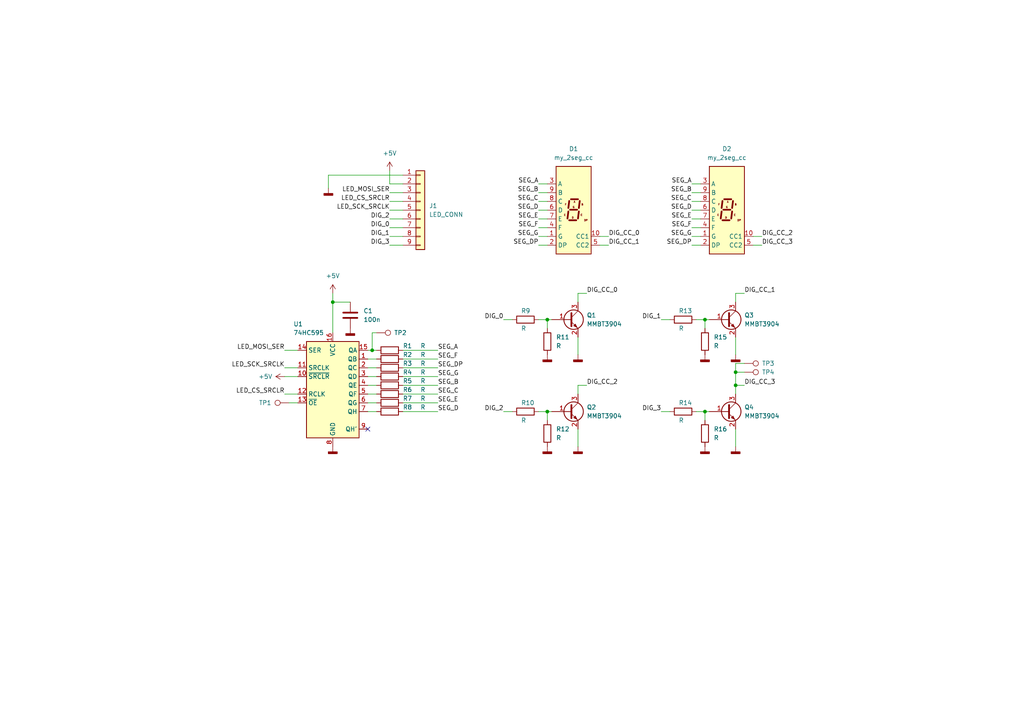
<source format=kicad_sch>
(kicad_sch (version 20211123) (generator eeschema)
  (paper "A4")
  (lib_symbols
    (symbol "74xx:74HC595"
      (property "Reference" "U" (at -7.62 13.97 0))
      (property "Value" "74HC595" (at -7.62 -16.51 0))
      (symbol "74HC595_1_0"
        (pin tri_state line (at 10.16 7.62 180) (length 2.54) (name "QB") (number "1"))
        (pin input line (at -10.16 2.54 0) (length 2.54) (name "~{SRCLR}") (number "10"))
        (pin input line (at -10.16 5.08 0) (length 2.54) (name "SRCLK") (number "11"))
        (pin input line (at -10.16 -2.54 0) (length 2.54) (name "RCLK") (number "12"))
        (pin input line (at -10.16 -5.08 0) (length 2.54) (name "~{OE}") (number "13"))
        (pin input line (at -10.16 10.16 0) (length 2.54) (name "SER") (number "14"))
        (pin tri_state line (at 10.16 10.16 180) (length 2.54) (name "QA") (number "15"))
        (pin power_in line (at 0 15.24 270) (length 2.54) (name "VCC") (number "16"))
        (pin tri_state line (at 10.16 5.08 180) (length 2.54) (name "QC") (number "2"))
        (pin tri_state line (at 10.16 2.54 180) (length 2.54) (name "QD") (number "3"))
        (pin tri_state line (at 10.16 0 180) (length 2.54) (name "QE") (number "4"))
        (pin tri_state line (at 10.16 -2.54 180) (length 2.54) (name "QF") (number "5"))
        (pin tri_state line (at 10.16 -5.08 180) (length 2.54) (name "QG") (number "6"))
        (pin tri_state line (at 10.16 -7.62 180) (length 2.54) (name "QH") (number "7"))
        (pin power_in line (at 0 -17.78 90) (length 2.54) (name "GND") (number "8"))
        (pin output line (at 10.16 -12.7 180) (length 2.54) (name "QH'") (number "9"))
      )
      (symbol "74HC595_1_1"
        (rectangle (start -7.62 12.7) (end 7.62 -15.24) (stroke (width 0.254)) (fill (type background)))
      )
    )
    (symbol "Connector:TestPoint" (pin_numbers hide) (pin_names (offset 0.762) hide)
      (property "Reference" "TP" (at 0 6.858 0))
      (property "Value" "TestPoint" (at 0 5.08 0))
      (symbol "TestPoint_0_1"
        (circle (center 0 3.302) (radius 0.762))
      )
      (symbol "TestPoint_1_1"
        (pin passive line (at 0 0 90) (length 2.54) (name "1") (number "1"))
      )
    )
    (symbol "Connector_Generic:Conn_01x09" (pin_names (offset 1.016) hide)
      (property "Reference" "J" (at 0 12.7 0))
      (property "Value" "Conn_01x09" (at 0 -12.7 0))
      (symbol "Conn_01x09_1_1"
        (rectangle (start -1.27 -10.033) (end 0 -10.287) (stroke (width 0.1524)))
        (rectangle (start -1.27 -7.493) (end 0 -7.747) (stroke (width 0.1524)))
        (rectangle (start -1.27 -4.953) (end 0 -5.207) (stroke (width 0.1524)))
        (rectangle (start -1.27 -2.413) (end 0 -2.667) (stroke (width 0.1524)))
        (rectangle (start -1.27 0.127) (end 0 -0.127) (stroke (width 0.1524)))
        (rectangle (start -1.27 2.667) (end 0 2.413) (stroke (width 0.1524)))
        (rectangle (start -1.27 5.207) (end 0 4.953) (stroke (width 0.1524)))
        (rectangle (start -1.27 7.747) (end 0 7.493) (stroke (width 0.1524)))
        (rectangle (start -1.27 10.287) (end 0 10.033) (stroke (width 0.1524)))
        (rectangle (start -1.27 11.43) (end 1.27 -11.43) (stroke (width 0.254)) (fill (type background)))
        (pin passive line (at -5.08 10.16 0) (length 3.81) (name "Pin_1") (number "1"))
        (pin passive line (at -5.08 7.62 0) (length 3.81) (name "Pin_2") (number "2"))
        (pin passive line (at -5.08 5.08 0) (length 3.81) (name "Pin_3") (number "3"))
        (pin passive line (at -5.08 2.54 0) (length 3.81) (name "Pin_4") (number "4"))
        (pin passive line (at -5.08 0 0) (length 3.81) (name "Pin_5") (number "5"))
        (pin passive line (at -5.08 -2.54 0) (length 3.81) (name "Pin_6") (number "6"))
        (pin passive line (at -5.08 -5.08 0) (length 3.81) (name "Pin_7") (number "7"))
        (pin passive line (at -5.08 -7.62 0) (length 3.81) (name "Pin_8") (number "8"))
        (pin passive line (at -5.08 -10.16 0) (length 3.81) (name "Pin_9") (number "9"))
      )
    )
    (symbol "Device:C" (pin_numbers hide) (pin_names (offset 0.254))
      (property "Reference" "C" (at 0.635 2.54 0))
      (property "Value" "C" (at 0.635 -2.54 0))
      (symbol "C_0_1"
        (polyline (pts (xy -2.032 -0.762) (xy 2.032 -0.762)) (stroke (width 0.508)))
        (polyline (pts (xy -2.032 0.762) (xy 2.032 0.762)) (stroke (width 0.508)))
      )
      (symbol "C_1_1"
        (pin passive line (at 0 3.81 270) (length 2.794) (name "~") (number "1"))
        (pin passive line (at 0 -3.81 90) (length 2.794) (name "~") (number "2"))
      )
    )
    (symbol "Device:R" (pin_numbers hide) (pin_names (offset 0))
      (property "Reference" "R" (at 2.032 0 90))
      (property "Value" "R" (at 0 0 90))
      (symbol "R_0_1"
        (rectangle (start -1.016 -2.54) (end 1.016 2.54) (stroke (width 0.254)))
      )
      (symbol "R_1_1"
        (pin passive line (at 0 3.81 270) (length 1.27) (name "~") (number "1"))
        (pin passive line (at 0 -3.81 90) (length 1.27) (name "~") (number "2"))
      )
    )
    (symbol "Transistor_BJT:MMBT3904" (pin_names (offset 0) hide)
      (property "Reference" "Q" (at 5.08 1.905 0))
      (property "Value" "MMBT3904" (at 5.08 0 0))
      (symbol "MMBT3904_0_1"
        (polyline (pts (xy 0.635 0.635) (xy 2.54 2.54)))
        (polyline (pts (xy 0.635 -0.635) (xy 2.54 -2.54) (xy 2.54 -2.54)))
        (polyline (pts (xy 0.635 1.905) (xy 0.635 -1.905) (xy 0.635 -1.905)) (stroke (width 0.508)))
        (polyline (pts (xy 1.27 -1.778) (xy 1.778 -1.27) (xy 2.286 -2.286) (xy 1.27 -1.778) (xy 1.27 -1.778)) (fill (type outline)))
        (circle (center 1.27 0) (radius 2.8194) (stroke (width 0.254)))
      )
      (symbol "MMBT3904_1_1"
        (pin input line (at -5.08 0 0) (length 5.715) (name "B") (number "1"))
        (pin passive line (at 2.54 -5.08 90) (length 2.54) (name "E") (number "2"))
        (pin passive line (at 2.54 5.08 270) (length 2.54) (name "C") (number "3"))
      )
    )
    (symbol "my_New_Library:my_2seg_cc"
      (property "Reference" "D" (at 0 13.97 0))
      (property "Value" "my_2seg_cc" (at 0 -15.24 0))
      (symbol "my_2seg_cc_1_0"
        (text "A" (at 0.254 2.413 0) (effects (font (size 0.508 0.508))))
        (text "B" (at 2.54 1.651 0) (effects (font (size 0.508 0.508))))
        (text "C" (at 2.286 -1.397 0) (effects (font (size 0.508 0.508))))
        (text "D" (at -0.254 -2.159 0) (effects (font (size 0.508 0.508))))
        (text "DP" (at 3.556 -2.921 0) (effects (font (size 0.508 0.508))))
        (text "E" (at -2.54 -1.397 0) (effects (font (size 0.508 0.508))))
        (text "F" (at -2.286 1.651 0) (effects (font (size 0.508 0.508))))
        (text "G" (at 0 0.889 0) (effects (font (size 0.508 0.508))))
      )
      (symbol "my_2seg_cc_1_1"
        (rectangle (start -5.08 12.7) (end 5.08 -12.7) (stroke (width 0.254)) (fill (type background)))
        (polyline (pts (xy -1.524 -0.381) (xy -1.778 -2.413)) (stroke (width 0.508)))
        (polyline (pts (xy -1.27 -2.921) (xy 0.762 -2.921)) (stroke (width 0.508)))
        (polyline (pts (xy -1.27 2.667) (xy -1.524 0.635)) (stroke (width 0.508)))
        (polyline (pts (xy -1.016 0.127) (xy 1.016 0.127)) (stroke (width 0.508)))
        (polyline (pts (xy -0.762 3.175) (xy 1.27 3.175)) (stroke (width 0.508)))
        (polyline (pts (xy 1.524 -0.381) (xy 1.27 -2.413)) (stroke (width 0.508)))
        (polyline (pts (xy 1.778 2.667) (xy 1.524 0.635)) (stroke (width 0.508)))
        (polyline (pts (xy 2.54 -2.921) (xy 2.54 -2.921)) (stroke (width 0.508)))
        (pin input line (at -7.62 -7.62 0) (length 2.54) (name "G") (number "1"))
        (pin input line (at 7.62 -7.62 180) (length 2.54) (name "CC1") (number "10"))
        (pin input line (at -7.62 -10.16 0) (length 2.54) (name "DP") (number "2"))
        (pin input line (at -7.62 7.62 0) (length 2.54) (name "A") (number "3"))
        (pin input line (at -7.62 -5.08 0) (length 2.54) (name "F") (number "4"))
        (pin input line (at 7.62 -10.16 180) (length 2.54) (name "CC2") (number "5"))
        (pin input line (at -7.62 0 0) (length 2.54) (name "D") (number "6"))
        (pin input line (at -7.62 -2.54 0) (length 2.54) (name "E") (number "7"))
        (pin input line (at -7.62 2.54 0) (length 2.54) (name "C") (number "8"))
        (pin input line (at -7.62 5.08 0) (length 2.54) (name "B") (number "9"))
      )
    )
    (symbol "power:+5V" (power) (pin_names (offset 0))
      (property "Value" "+5V" (at 0 3.556 0))
      (symbol "+5V_0_1"
        (polyline (pts (xy -0.762 1.27) (xy 0 2.54)))
        (polyline (pts (xy 0 0) (xy 0 2.54)))
        (polyline (pts (xy 0 2.54) (xy 0.762 1.27)))
      )
      (symbol "+5V_1_1"
        (pin power_in line (at 0 0 90) (length 0) hide (name "+5V") (number "1"))
      )
    )
    (symbol "power:GNDD" (power) (pin_names (offset 0))
      (property "Value" "GNDD" (at 0 -3.175 0))
      (symbol "GNDD_0_1"
        (rectangle (start -1.27 -1.524) (end 1.27 -2.032) (stroke (width 0.254)) (fill (type outline)))
        (polyline (pts (xy 0 0) (xy 0 -1.524)))
      )
      (symbol "GNDD_1_1"
        (pin power_in line (at 0 0 270) (length 0) hide (name "GNDD") (number "1"))
      )
    )
  )
  (junction (at 158.75 92.71))
  (junction (at 158.75 119.38))
  (junction (at 107.95 101.6))
  (junction (at 96.52 87.63))
  (junction (at 204.47 92.71))
  (junction (at 204.47 119.38))
  (junction (at 213.36 107.95))
  (junction (at 213.36 111.76))
  (no_connect (at 106.68 124.46))
  (wire (pts (xy 167.64 111.76) (xy 170.18 111.76)))
  (wire (pts (xy 213.36 105.41) (xy 213.36 107.95)))
  (wire (pts (xy 204.47 119.38) (xy 205.74 119.38)))
  (wire (pts (xy 158.75 53.34) (xy 156.21 53.34)))
  (wire (pts (xy 86.36 116.84) (xy 83.82 116.84)))
  (wire (pts (xy 213.36 114.3) (xy 213.36 111.76)))
  (wire (pts (xy 158.75 119.38) (xy 158.75 121.92)))
  (wire (pts (xy 158.75 92.71) (xy 160.02 92.71)))
  (wire (pts (xy 158.75 60.96) (xy 156.21 60.96)))
  (wire (pts (xy 191.77 92.71) (xy 194.31 92.71)))
  (wire (pts (xy 107.95 96.52) (xy 107.95 101.6)))
  (wire (pts (xy 156.21 119.38) (xy 158.75 119.38)))
  (wire (pts (xy 156.21 92.71) (xy 158.75 92.71)))
  (wire (pts (xy 158.75 68.58) (xy 156.21 68.58)))
  (wire (pts (xy 113.03 63.5) (xy 116.84 63.5)))
  (wire (pts (xy 116.84 116.84) (xy 127 116.84)))
  (wire (pts (xy 158.75 58.42) (xy 156.21 58.42)))
  (wire (pts (xy 106.68 119.38) (xy 109.22 119.38)))
  (wire (pts (xy 158.75 119.38) (xy 160.02 119.38)))
  (wire (pts (xy 204.47 92.71) (xy 205.74 92.71)))
  (wire (pts (xy 113.03 71.12) (xy 116.84 71.12)))
  (wire (pts (xy 167.64 85.09) (xy 170.18 85.09)))
  (wire (pts (xy 213.36 102.87) (xy 213.36 97.79)))
  (wire (pts (xy 167.64 129.54) (xy 167.64 124.46)))
  (wire (pts (xy 204.47 92.71) (xy 204.47 95.25)))
  (wire (pts (xy 116.84 109.22) (xy 127 109.22)))
  (wire (pts (xy 107.95 101.6) (xy 109.22 101.6)))
  (wire (pts (xy 167.64 114.3) (xy 167.64 111.76)))
  (wire (pts (xy 158.75 71.12) (xy 156.21 71.12)))
  (wire (pts (xy 95.25 50.8) (xy 95.25 54.61)))
  (wire (pts (xy 96.52 87.63) (xy 96.52 96.52)))
  (wire (pts (xy 106.68 114.3) (xy 109.22 114.3)))
  (wire (pts (xy 113.03 55.88) (xy 116.84 55.88)))
  (wire (pts (xy 82.55 101.6) (xy 86.36 101.6)))
  (wire (pts (xy 203.2 63.5) (xy 200.66 63.5)))
  (wire (pts (xy 201.93 92.71) (xy 204.47 92.71)))
  (wire (pts (xy 167.64 87.63) (xy 167.64 85.09)))
  (wire (pts (xy 106.68 109.22) (xy 109.22 109.22)))
  (wire (pts (xy 204.47 119.38) (xy 204.47 121.92)))
  (wire (pts (xy 146.05 119.38) (xy 148.59 119.38)))
  (wire (pts (xy 213.36 87.63) (xy 213.36 85.09)))
  (wire (pts (xy 213.36 111.76) (xy 215.9 111.76)))
  (wire (pts (xy 116.84 101.6) (xy 127 101.6)))
  (wire (pts (xy 203.2 66.04) (xy 200.66 66.04)))
  (wire (pts (xy 191.77 119.38) (xy 194.31 119.38)))
  (wire (pts (xy 218.44 68.58) (xy 220.98 68.58)))
  (wire (pts (xy 113.03 68.58) (xy 116.84 68.58)))
  (wire (pts (xy 173.99 68.58) (xy 176.53 68.58)))
  (wire (pts (xy 218.44 71.12) (xy 220.98 71.12)))
  (wire (pts (xy 113.03 60.96) (xy 116.84 60.96)))
  (wire (pts (xy 101.6 87.63) (xy 96.52 87.63)))
  (wire (pts (xy 106.68 111.76) (xy 109.22 111.76)))
  (wire (pts (xy 82.55 106.68) (xy 86.36 106.68)))
  (wire (pts (xy 203.2 68.58) (xy 200.66 68.58)))
  (wire (pts (xy 215.9 105.41) (xy 213.36 105.41)))
  (wire (pts (xy 173.99 71.12) (xy 176.53 71.12)))
  (wire (pts (xy 213.36 85.09) (xy 215.9 85.09)))
  (wire (pts (xy 106.68 106.68) (xy 109.22 106.68)))
  (wire (pts (xy 158.75 55.88) (xy 156.21 55.88)))
  (wire (pts (xy 116.84 119.38) (xy 127 119.38)))
  (wire (pts (xy 213.36 129.54) (xy 213.36 124.46)))
  (wire (pts (xy 116.84 104.14) (xy 127 104.14)))
  (wire (pts (xy 113.03 53.34) (xy 116.84 53.34)))
  (wire (pts (xy 113.03 58.42) (xy 116.84 58.42)))
  (wire (pts (xy 113.03 49.53) (xy 113.03 53.34)))
  (wire (pts (xy 106.68 116.84) (xy 109.22 116.84)))
  (wire (pts (xy 201.93 119.38) (xy 204.47 119.38)))
  (wire (pts (xy 109.22 96.52) (xy 107.95 96.52)))
  (wire (pts (xy 158.75 63.5) (xy 156.21 63.5)))
  (wire (pts (xy 203.2 55.88) (xy 200.66 55.88)))
  (wire (pts (xy 167.64 102.87) (xy 167.64 97.79)))
  (wire (pts (xy 158.75 66.04) (xy 156.21 66.04)))
  (wire (pts (xy 215.9 107.95) (xy 213.36 107.95)))
  (wire (pts (xy 203.2 53.34) (xy 200.66 53.34)))
  (wire (pts (xy 82.55 114.3) (xy 86.36 114.3)))
  (wire (pts (xy 82.55 109.22) (xy 86.36 109.22)))
  (wire (pts (xy 116.84 50.8) (xy 95.25 50.8)))
  (wire (pts (xy 116.84 111.76) (xy 127 111.76)))
  (wire (pts (xy 203.2 71.12) (xy 200.66 71.12)))
  (wire (pts (xy 116.84 106.68) (xy 127 106.68)))
  (wire (pts (xy 203.2 58.42) (xy 200.66 58.42)))
  (wire (pts (xy 113.03 66.04) (xy 116.84 66.04)))
  (wire (pts (xy 146.05 92.71) (xy 148.59 92.71)))
  (wire (pts (xy 213.36 107.95) (xy 213.36 111.76)))
  (wire (pts (xy 106.68 101.6) (xy 107.95 101.6)))
  (wire (pts (xy 96.52 87.63) (xy 96.52 85.09)))
  (wire (pts (xy 203.2 60.96) (xy 200.66 60.96)))
  (wire (pts (xy 116.84 114.3) (xy 127 114.3)))
  (wire (pts (xy 106.68 104.14) (xy 109.22 104.14)))
  (wire (pts (xy 158.75 92.71) (xy 158.75 95.25)))
  (label "SEG_F" (at 156.21 66.04 180))
  (label "LED_MOSI_SER" (at 113.03 55.88 180))
  (label "DIG_CC_1" (at 215.9 85.09 0))
  (label "SEG_DP" (at 156.21 71.12 180))
  (label "DIG_CC_2" (at 220.98 68.58 0))
  (label "SEG_DP" (at 127 106.68 0))
  (label "SEG_DP" (at 200.66 71.12 180))
  (label "DIG_3" (at 191.77 119.38 180))
  (label "SEG_F" (at 200.66 66.04 180))
  (label "SEG_B" (at 156.21 55.88 180))
  (label "LED_CS_SRCLR" (at 113.03 58.42 180))
  (label "SEG_B" (at 200.66 55.88 180))
  (label "SEG_G" (at 200.66 68.58 180))
  (label "DIG_3" (at 113.03 71.12 180))
  (label "DIG_CC_3" (at 215.9 111.76 0))
  (label "SEG_F" (at 127 104.14 0))
  (label "SEG_C" (at 200.66 58.42 180))
  (label "SEG_G" (at 127 109.22 0))
  (label "LED_SCK_SRCLK" (at 113.03 60.96 180))
  (label "DIG_CC_0" (at 176.53 68.58 0))
  (label "SEG_A" (at 127 101.6 0))
  (label "SEG_G" (at 156.21 68.58 180))
  (label "DIG_CC_2" (at 170.18 111.76 0))
  (label "DIG_1" (at 113.03 68.58 180))
  (label "DIG_1" (at 191.77 92.71 180))
  (label "SEG_D" (at 200.66 60.96 180))
  (label "SEG_D" (at 127 119.38 0))
  (label "SEG_C" (at 127 114.3 0))
  (label "DIG_0" (at 146.05 92.71 180))
  (label "SEG_A" (at 156.21 53.34 180))
  (label "DIG_CC_3" (at 220.98 71.12 0))
  (label "SEG_C" (at 156.21 58.42 180))
  (label "SEG_E" (at 156.21 63.5 180))
  (label "DIG_0" (at 113.03 66.04 180))
  (label "SEG_A" (at 200.66 53.34 180))
  (label "DIG_2" (at 146.05 119.38 180))
  (label "LED_SCK_SRCLK" (at 82.55 106.68 180))
  (label "LED_CS_SRCLR" (at 82.55 114.3 180))
  (label "DIG_CC_0" (at 170.18 85.09 0))
  (label "SEG_E" (at 200.66 63.5 180))
  (label "LED_MOSI_SER" (at 82.55 101.6 180))
  (label "SEG_E" (at 127 116.84 0))
  (label "SEG_D" (at 156.21 60.96 180))
  (label "SEG_B" (at 127 111.76 0))
  (label "DIG_CC_1" (at 176.53 71.12 0))
  (label "DIG_2" (at 113.03 63.5 180))
  (symbol (lib_id "Device:R") (at 113.03 114.3 270) (unit 1)
    (property "Reference" "R6" (at 116.84 113.03 90) (effects (justify left)))
    (property "Value" "R" (at 121.92 113.03 90) (effects (justify left)))
    (property "Footprint" "Resistor_SMD:R_0805_2012Metric" (effects hide))
  )
  (symbol (lib_id "power:GNDD") (at 167.64 102.87 0) (unit 1)
    (property "Reference" "#PWR010" (effects hide))
    (property "Value" "GNDD" (effects hide))
  )
  (symbol (lib_id "Connector:TestPoint") (at 215.9 107.95 270) (unit 1)
    (property "Reference" "TP4" (at 220.98 107.95 90) (effects (justify left)))
    (property "Value" "TestPoint" (effects hide))
    (property "Footprint" "TestPoint:TestPoint_Pad_D1.0mm" (effects hide))
  )
  (symbol (lib_id "power:GNDD") (at 204.47 129.54 0) (unit 1)
    (property "Reference" "#PWR013" (effects hide))
    (property "Value" "GNDD" (effects hide))
  )
  (symbol (lib_id "Device:R") (at 113.03 104.14 270) (unit 1)
    (property "Reference" "R2" (at 116.84 102.87 90) (effects (justify left)))
    (property "Value" "R" (at 121.92 102.87 90) (effects (justify left)))
    (property "Footprint" "Resistor_SMD:R_0805_2012Metric" (effects hide))
  )
  (symbol (lib_id "Device:R") (at 204.47 125.73 0) (unit 1)
    (property "Reference" "R16" (at 207.01 124.46 0) (effects (justify left)))
    (property "Value" "R" (at 207.01 127 0) (effects (justify left)))
    (property "Footprint" "Resistor_SMD:R_0805_2012Metric" (effects hide))
  )
  (symbol (lib_id "Transistor_BJT:MMBT3904") (at 210.82 92.71 0) (unit 1)
    (property "Reference" "Q3" (at 215.9 91.4399 0) (effects (justify left)))
    (property "Value" "MMBT3904" (at 215.9 93.9799 0) (effects (justify left)))
    (property "Footprint" "Package_TO_SOT_SMD:SOT-23" (effects hide))
    (property "Datasheet" "https://www.onsemi.com/pub/Collateral/2N3903-D.PDF" (effects hide))
  )
  (symbol (lib_id "power:GNDD") (at 95.25 54.61 0) (unit 1)
    (property "Reference" "#PWR03" (effects hide))
    (property "Value" "GNDD" (effects hide))
  )
  (symbol (lib_id "Device:R") (at 158.75 125.73 0) (unit 1)
    (property "Reference" "R12" (at 161.29 124.46 0) (effects (justify left)))
    (property "Value" "R" (at 161.29 127 0) (effects (justify left)))
    (property "Footprint" "Resistor_SMD:R_0805_2012Metric" (effects hide))
  )
  (symbol (lib_id "Device:R") (at 152.4 119.38 270) (unit 1)
    (property "Reference" "R10" (at 151.13 116.84 90) (effects (justify left)))
    (property "Value" "R" (at 151.13 121.92 90) (effects (justify left)))
    (property "Footprint" "Resistor_SMD:R_0805_2012Metric" (effects hide))
  )
  (symbol (lib_id "Device:R") (at 158.75 99.06 0) (unit 1)
    (property "Reference" "R11" (at 161.29 97.79 0) (effects (justify left)))
    (property "Value" "R" (at 161.29 100.33 0) (effects (justify left)))
    (property "Footprint" "Resistor_SMD:R_0805_2012Metric" (effects hide))
  )
  (symbol (lib_id "Connector:TestPoint") (at 215.9 105.41 270) (unit 1)
    (property "Reference" "TP3" (at 220.98 105.41 90) (effects (justify left)))
    (property "Value" "TestPoint" (effects hide))
    (property "Footprint" "TestPoint:TestPoint_Pad_D1.0mm" (effects hide))
  )
  (symbol (lib_id "Connector:TestPoint") (at 83.82 116.84 90) (unit 1)
    (property "Reference" "TP1" (at 78.74 116.84 90) (effects (justify left)))
    (property "Value" "TestPoint" (effects hide))
    (property "Footprint" "TestPoint:TestPoint_Pad_D1.0mm" (effects hide))
  )
  (symbol (lib_id "power:GNDD") (at 158.75 129.54 0) (unit 1)
    (property "Reference" "#PWR09" (effects hide))
    (property "Value" "GNDD" (effects hide))
  )
  (symbol (lib_id "power:+5V") (at 82.55 109.22 90) (unit 1)
    (property "Reference" "#PWR01" (effects hide))
    (property "Value" "+5V" (at 74.93 109.22 90) (effects (justify right)))
  )
  (symbol (lib_id "Device:R") (at 113.03 116.84 270) (unit 1)
    (property "Reference" "R7" (at 116.84 115.57 90) (effects (justify left)))
    (property "Value" "R" (at 121.92 115.57 90) (effects (justify left)))
    (property "Footprint" "Resistor_SMD:R_0805_2012Metric" (effects hide))
  )
  (symbol (lib_id "Device:R") (at 113.03 101.6 270) (unit 1)
    (property "Reference" "R1" (at 116.84 100.33 90) (effects (justify left)))
    (property "Value" "R" (at 121.92 100.33 90) (effects (justify left)))
    (property "Footprint" "Resistor_SMD:R_0805_2012Metric" (effects hide))
  )
  (symbol (lib_id "Transistor_BJT:MMBT3904") (at 210.82 119.38 0) (unit 1)
    (property "Reference" "Q4" (at 215.9 118.1099 0) (effects (justify left)))
    (property "Value" "MMBT3904" (at 215.9 120.6499 0) (effects (justify left)))
    (property "Footprint" "Package_TO_SOT_SMD:SOT-23" (effects hide))
    (property "Datasheet" "https://www.onsemi.com/pub/Collateral/2N3903-D.PDF" (effects hide))
  )
  (symbol (lib_id "my_New_Library:my_2seg_cc") (at 210.82 60.96 0) (unit 1)
    (property "Reference" "D2" (at 210.82 43.18 0))
    (property "Value" "my_2seg_cc" (at 210.82 45.72 0))
    (property "Footprint" "myLibrary:my_2seg_cc" (effects hide))
  )
  (symbol (lib_id "power:GNDD") (at 96.52 129.54 0) (unit 1)
    (property "Reference" "#PWR05" (effects hide))
    (property "Value" "GNDD" (effects hide))
  )
  (symbol (lib_id "Connector_Generic:Conn_01x09") (at 121.92 60.96 0) (unit 1)
    (property "Reference" "J1" (at 124.46 59.6899 0) (effects (justify left)))
    (property "Value" "LED_CONN" (at 124.46 62.2299 0) (effects (justify left)))
    (property "Footprint" "myLibrary:my_9pin_SMD_conn" (effects hide))
  )
  (symbol (lib_id "my_New_Library:my_2seg_cc") (at 166.37 60.96 0) (unit 1)
    (property "Reference" "D1" (at 166.37 43.18 0))
    (property "Value" "my_2seg_cc" (at 166.37 45.72 0))
    (property "Footprint" "myLibrary:my_2seg_cc" (effects hide))
  )
  (symbol (lib_id "Device:R") (at 198.12 119.38 270) (unit 1)
    (property "Reference" "R14" (at 196.85 116.84 90) (effects (justify left)))
    (property "Value" "R" (at 196.85 121.92 90) (effects (justify left)))
    (property "Footprint" "Resistor_SMD:R_0805_2012Metric" (effects hide))
  )
  (symbol (lib_id "power:GNDD") (at 213.36 102.87 0) (unit 1)
    (property "Reference" "#PWR014" (effects hide))
    (property "Value" "GNDD" (effects hide))
  )
  (symbol (lib_id "Transistor_BJT:MMBT3904") (at 165.1 92.71 0) (unit 1)
    (property "Reference" "Q1" (at 170.18 91.4399 0) (effects (justify left)))
    (property "Value" "MMBT3904" (at 170.18 93.9799 0) (effects (justify left)))
    (property "Footprint" "Package_TO_SOT_SMD:SOT-23" (effects hide))
    (property "Datasheet" "https://www.onsemi.com/pub/Collateral/2N3903-D.PDF" (effects hide))
  )
  (symbol (lib_id "power:GNDD") (at 167.64 129.54 0) (unit 1)
    (property "Reference" "#PWR011" (effects hide))
    (property "Value" "GNDD" (effects hide))
  )
  (symbol (lib_id "Device:R") (at 198.12 92.71 270) (unit 1)
    (property "Reference" "R13" (at 196.85 90.17 90) (effects (justify left)))
    (property "Value" "R" (at 196.85 95.25 90) (effects (justify left)))
    (property "Footprint" "Resistor_SMD:R_0805_2012Metric" (effects hide))
  )
  (symbol (lib_id "Device:R") (at 113.03 111.76 270) (unit 1)
    (property "Reference" "R5" (at 116.84 110.49 90) (effects (justify left)))
    (property "Value" "R" (at 121.92 110.49 90) (effects (justify left)))
    (property "Footprint" "Resistor_SMD:R_0805_2012Metric" (effects hide))
  )
  (symbol (lib_id "Connector:TestPoint") (at 109.22 96.52 270) (unit 1)
    (property "Reference" "TP2" (at 114.3 96.52 90) (effects (justify left)))
    (property "Value" "TestPoint" (effects hide))
    (property "Footprint" "TestPoint:TestPoint_Pad_D1.0mm" (effects hide))
  )
  (symbol (lib_id "Transistor_BJT:MMBT3904") (at 165.1 119.38 0) (unit 1)
    (property "Reference" "Q2" (at 170.18 118.1099 0) (effects (justify left)))
    (property "Value" "MMBT3904" (at 170.18 120.6499 0) (effects (justify left)))
    (property "Footprint" "Package_TO_SOT_SMD:SOT-23" (effects hide))
    (property "Datasheet" "https://www.onsemi.com/pub/Collateral/2N3903-D.PDF" (effects hide))
  )
  (symbol (lib_id "Device:R") (at 113.03 109.22 270) (unit 1)
    (property "Reference" "R4" (at 116.84 107.95 90) (effects (justify left)))
    (property "Value" "R" (at 121.92 107.95 90) (effects (justify left)))
    (property "Footprint" "Resistor_SMD:R_0805_2012Metric" (effects hide))
  )
  (symbol (lib_id "74xx:74HC595") (at 96.52 111.76 0) (unit 1)
    (property "Reference" "U1" (at 85.09 93.98 0) (effects (justify left)))
    (property "Value" "74HC595" (at 85.09 96.52 0) (effects (justify left)))
    (property "Footprint" "Package_SO:SO-16_3.9x9.9mm_P1.27mm" (effects hide))
    (property "Datasheet" "http://www.ti.com/lit/ds/symlink/sn74hc595.pdf" (effects hide))
  )
  (symbol (lib_id "power:+5V") (at 96.52 85.09 0) (unit 1)
    (property "Reference" "#PWR04" (effects hide))
    (property "Value" "+5V" (at 96.52 80.01 0))
  )
  (symbol (lib_id "Device:R") (at 113.03 106.68 270) (unit 1)
    (property "Reference" "R3" (at 116.84 105.41 90) (effects (justify left)))
    (property "Value" "R" (at 121.92 105.41 90) (effects (justify left)))
    (property "Footprint" "Resistor_SMD:R_0805_2012Metric" (effects hide))
  )
  (symbol (lib_id "power:GNDD") (at 204.47 102.87 0) (unit 1)
    (property "Reference" "#PWR012" (effects hide))
    (property "Value" "GNDD" (effects hide))
  )
  (symbol (lib_id "power:+5V") (at 113.03 49.53 0) (unit 1)
    (property "Reference" "#PWR07" (effects hide))
    (property "Value" "+5V" (at 113.03 44.45 0))
  )
  (symbol (lib_id "power:GNDD") (at 158.75 102.87 0) (unit 1)
    (property "Reference" "#PWR08" (effects hide))
    (property "Value" "GNDD" (effects hide))
  )
  (symbol (lib_id "Device:C") (at 101.6 91.44 0) (unit 1)
    (property "Reference" "C1" (at 105.41 90.1699 0) (effects (justify left)))
    (property "Value" "100n" (at 105.41 92.7099 0) (effects (justify left)))
    (property "Footprint" "Capacitor_SMD:C_0805_2012Metric" (effects hide))
  )
  (symbol (lib_id "Device:R") (at 152.4 92.71 270) (unit 1)
    (property "Reference" "R9" (at 151.13 90.17 90) (effects (justify left)))
    (property "Value" "R" (at 151.13 95.25 90) (effects (justify left)))
    (property "Footprint" "Resistor_SMD:R_0805_2012Metric" (effects hide))
  )
  (symbol (lib_id "Device:R") (at 204.47 99.06 0) (unit 1)
    (property "Reference" "R15" (at 207.01 97.79 0) (effects (justify left)))
    (property "Value" "R" (at 207.01 100.33 0) (effects (justify left)))
    (property "Footprint" "Resistor_SMD:R_0805_2012Metric" (effects hide))
  )
  (symbol (lib_id "Device:R") (at 113.03 119.38 270) (unit 1)
    (property "Reference" "R8" (at 116.84 118.11 90) (effects (justify left)))
    (property "Value" "R" (at 121.92 118.11 90) (effects (justify left)))
    (property "Footprint" "Resistor_SMD:R_0805_2012Metric" (effects hide))
  )
  (symbol (lib_id "power:GNDD") (at 213.36 129.54 0) (unit 1)
    (property "Reference" "#PWR015" (effects hide))
    (property "Value" "GNDD" (effects hide))
  )
  (symbol (lib_id "power:GNDD") (at 101.6 95.25 0) (unit 1)
    (property "Reference" "#PWR06" (effects hide))
    (property "Value" "GNDD" (effects hide))
  )
)
</source>
